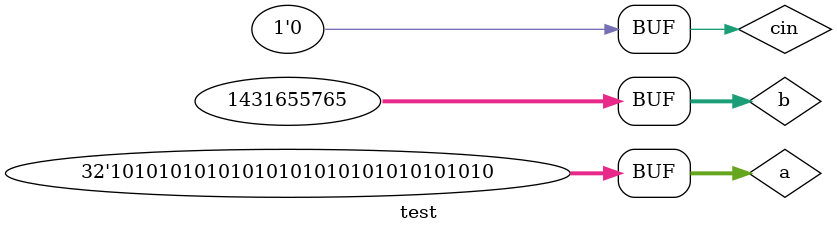
<source format=v>
`timescale 1ns / 1ps


module test;

	// Inputs
	reg [31:0] a;
	reg [31:0] b;
	reg cin;

	// Outputs
	wire cout;
	wire [31:0] s;

	// Instantiate the Unit Under Test (UUT)
	binary_adder_32_bit uut (
		.cout(cout), 
		.s(s), 
		.a(a), 
		.b(b), 
		.cin(cin)
	);

	initial begin
		// Initialize Inputs
		a = 32'b 10101010101010101010101010101010;
		b = 32'b 01010101010101010101010101010101;
		cin = 0;
		
		// Wait 100 ns for global reset to finish
		#100;
	
		
		// Add stimulus here

	end
      
endmodule


</source>
